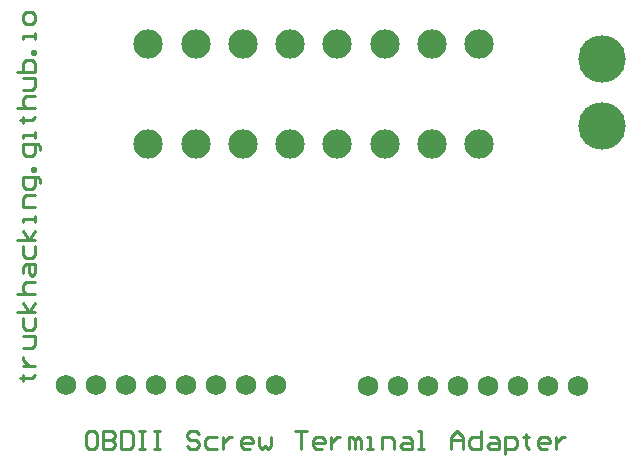
<source format=gts>
%FSTAX23Y23*%
%MOIN*%
%SFA1B1*%

%IPPOS*%
%ADD10C,0.010000*%
%ADD15C,0.098000*%
%ADD16C,0.068000*%
%ADD17C,0.158000*%
%LNobdii-bo-1*%
%LPD*%
G54D10*
X00253Y-00461D02*
X00263D01*
Y-00471*
Y-00451*
Y-00461*
X00293*
X00303Y-00451*
X00263Y-00421D02*
X00303D01*
X00283*
X00273Y-00411*
X00263Y-00401*
Y-00391*
Y-00361D02*
X00293D01*
X00303Y-00351*
Y-00321*
X00263*
Y-00261D02*
Y-00291D01*
X00273Y-00301*
X00293*
X00303Y-00291*
Y-00261*
Y-00241D02*
X00243D01*
X00283D02*
X00263Y-00211D01*
X00283Y-00241D02*
X00303Y-00211D01*
X00243Y-00181D02*
X00303D01*
X00273*
X00263Y-00171*
Y-00151*
X00273Y-00141*
X00303*
X00263Y-00111D02*
Y-00091D01*
X00273Y-00081*
X00303*
Y-00111*
X00293Y-00121*
X00283Y-00111*
Y-00081*
X00263Y-00021D02*
Y-00051D01*
X00273Y-00061*
X00293*
X00303Y-00051*
Y-00021*
Y-00001D02*
X00243D01*
X00283D02*
X00263Y00028D01*
X00283Y-00001D02*
X00303Y00028D01*
Y00058D02*
Y00078D01*
Y00068*
X00263*
Y00058*
X00303Y00108D02*
X00263D01*
Y00138*
X00273Y00148*
X00303*
X00322Y00188D02*
Y00198D01*
X00313Y00208*
X00263*
Y00178*
X00273Y00168*
X00293*
X00303Y00178*
Y00208*
Y00228D02*
X00293D01*
Y00238*
X00303*
Y00228*
X00322Y00298D02*
Y00308D01*
X00313Y00318*
X00263*
Y00288*
X00273Y00278*
X00293*
X00303Y00288*
Y00318*
Y00338D02*
Y00358D01*
Y00348*
X00263*
Y00338*
X00253Y00398D02*
X00263D01*
Y00388*
Y00408*
Y00398*
X00293*
X00303Y00408*
X00243Y00438D02*
X00303D01*
X00273*
X00263Y00448*
Y00468*
X00273Y00478*
X00303*
X00263Y00498D02*
X00293D01*
X00303Y00508*
Y00538*
X00263*
X00243Y00558D02*
X00303D01*
Y00588*
X00293Y00598*
X00283*
X00273*
X00263Y00588*
Y00558*
X00303Y00618D02*
X00293D01*
Y00628*
X00303*
Y00618*
Y00668D02*
Y00688D01*
Y00678*
X00263*
Y00668*
X00303Y00728D02*
Y00748D01*
X00293Y00758*
X00273*
X00263Y00748*
Y00728*
X00273Y00718*
X00293*
X00303Y00728*
X00502Y-00637D02*
X00483D01*
X00473Y-00647*
Y-00687*
X00483Y-00697*
X00502*
X00512Y-00687*
Y-00647*
X00502Y-00637*
X00532D02*
Y-00697D01*
X00562*
X00572Y-00687*
Y-00677*
X00562Y-00667*
X00532*
X00562*
X00572Y-00657*
Y-00647*
X00562Y-00637*
X00532*
X00592D02*
Y-00697D01*
X00622*
X00632Y-00687*
Y-00647*
X00622Y-00637*
X00592*
X00652D02*
X00672D01*
X00662*
Y-00697*
X00652*
X00672*
X00702Y-00637D02*
X00722D01*
X00712*
Y-00697*
X00702*
X00722*
X00852Y-00647D02*
X00842Y-00637D01*
X00822*
X00812Y-00647*
Y-00657*
X00822Y-00667*
X00842*
X00852Y-00677*
Y-00687*
X00842Y-00697*
X00822*
X00812Y-00687*
X00912Y-00657D02*
X00882D01*
X00872Y-00667*
Y-00687*
X00882Y-00697*
X00912*
X00932Y-00657D02*
Y-00697D01*
Y-00677*
X00942Y-00667*
X00952Y-00657*
X00962*
X01022Y-00697D02*
X01002D01*
X00992Y-00687*
Y-00667*
X01002Y-00657*
X01022*
X01032Y-00667*
Y-00677*
X00992*
X01052Y-00657D02*
Y-00687D01*
X01062Y-00697*
X01072Y-00687*
X01082Y-00697*
X01092Y-00687*
Y-00657*
X01172Y-00637D02*
X01212D01*
X01192*
Y-00697*
X01262D02*
X01242D01*
X01232Y-00687*
Y-00667*
X01242Y-00657*
X01262*
X01272Y-00667*
Y-00677*
X01232*
X01292Y-00657D02*
Y-00697D01*
Y-00677*
X01302Y-00667*
X01312Y-00657*
X01322*
X01352Y-00697D02*
Y-00657D01*
X01362*
X01372Y-00667*
Y-00697*
Y-00667*
X01382Y-00657*
X01392Y-00667*
Y-00697*
X01412D02*
X01432D01*
X01422*
Y-00657*
X01412*
X01462Y-00697D02*
Y-00657D01*
X01492*
X01502Y-00667*
Y-00697*
X01532Y-00657D02*
X01552D01*
X01562Y-00667*
Y-00697*
X01532*
X01522Y-00687*
X01532Y-00677*
X01562*
X01582Y-00697D02*
X01602D01*
X01592*
Y-00637*
X01582*
X01692Y-00697D02*
Y-00657D01*
X01712Y-00637*
X01732Y-00657*
Y-00697*
Y-00667*
X01692*
X01792Y-00637D02*
Y-00697D01*
X01762*
X01752Y-00687*
Y-00667*
X01762Y-00657*
X01792*
X01822D02*
X01842D01*
X01852Y-00667*
Y-00697*
X01822*
X01812Y-00687*
X01822Y-00677*
X01852*
X01872Y-00716D02*
Y-00657D01*
X01902*
X01912Y-00667*
Y-00687*
X01902Y-00697*
X01872*
X01942Y-00647D02*
Y-00657D01*
X01932*
X01952*
X01942*
Y-00687*
X01952Y-00697*
X02012D02*
X01992D01*
X01982Y-00687*
Y-00667*
X01992Y-00657*
X02012*
X02022Y-00667*
Y-00677*
X01982*
X02042Y-00657D02*
Y-00697D01*
Y-00677*
X02052Y-00667*
X02062Y-00657*
X02072*
G54D15*
X01784Y00318D03*
X01626D03*
X01469D03*
X01311D03*
X01154D03*
X00996D03*
X00839D03*
X00681D03*
Y00652D03*
X00839D03*
X00996D03*
X01154D03*
X01311D03*
X01469D03*
X01626D03*
X01784D03*
G54D16*
X01414Y-00488D03*
X01514D03*
X01714D03*
X01814D03*
X01914D03*
X02014D03*
X02114D03*
X01614D03*
X00406Y-00486D03*
X00506D03*
X00706D03*
X00806D03*
X00906D03*
X01006D03*
X01106D03*
X00606D03*
G54D17*
X02194Y00603D03*
Y00378D03*
M02*
</source>
